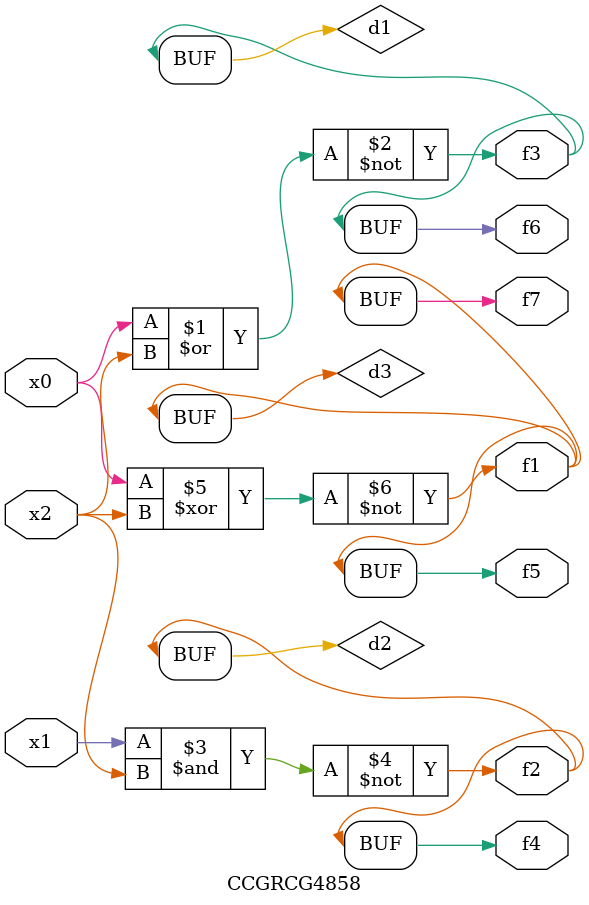
<source format=v>
module CCGRCG4858(
	input x0, x1, x2,
	output f1, f2, f3, f4, f5, f6, f7
);

	wire d1, d2, d3;

	nor (d1, x0, x2);
	nand (d2, x1, x2);
	xnor (d3, x0, x2);
	assign f1 = d3;
	assign f2 = d2;
	assign f3 = d1;
	assign f4 = d2;
	assign f5 = d3;
	assign f6 = d1;
	assign f7 = d3;
endmodule

</source>
